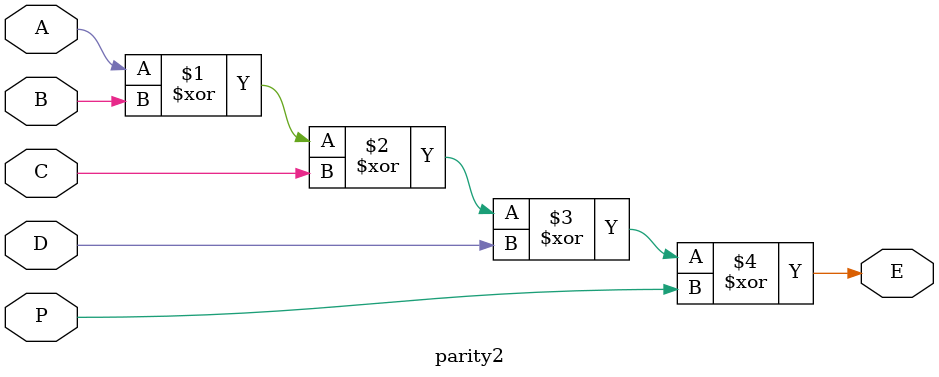
<source format=v>
`timescale 1ns / 1ps



module parity2(output E, input A, B, C, D, P);
    assign E=A^B^C^D^P;
endmodule

</source>
